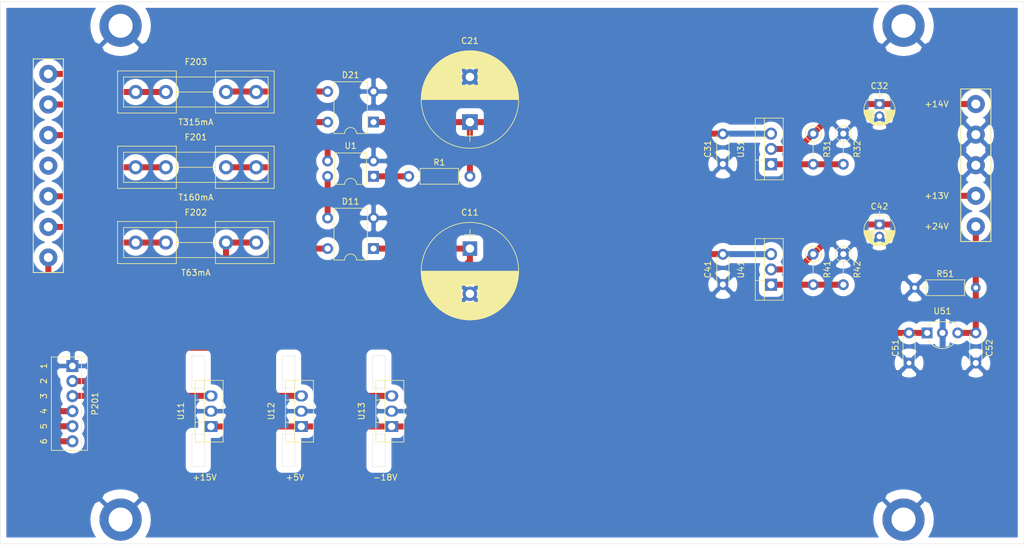
<source format=kicad_pcb>
(kicad_pcb (version 20171130) (host pcbnew "(5.1.7)-1")
  (layers (0 F.Cu signal) (31 B.Cu signal) (34 B.Paste user) (35 F.Paste user) (36 B.SilkS user) (37 F.SilkS user) (38 B.Mask user) (39 F.Mask user) (44 Edge.Cuts user))
  (net 0 "")
  (net 1 GND)
  (net 2 "Net-(J1-Pad4)")
  (net 3 +5V)
  (net 4 +15V)
  (net 5 +28V)
  (net 6 +24V)
  (net 7 "Net-(F201-Pad1)")
  (net 8 "Net-(F202-Pad1)")
  (net 9 "Net-(F203-Pad1)")
  (net 10 "Net-(R41-Pad2)")
  (net 11 "Net-(J1-Pad5)")
  (net 12 "Net-(R1-Pad1)")
  (net 13 "Net-(R31-Pad2)")
  (net 14 +35V)
  (net 15 +14V)
  (net 16 +13V)
  (net 17 -18V)
  (net 18 ~~25V-N)
  (net 19 ~~25V-L)
  (net 20 ~~20V-N)
  (net 21 ~~20V-L)
  (net 22 ~~3.3V-L)
  (net 23 ~~3.3V-N)
  (module Resistors_THT:R_Axial_DIN0207_L6.3mm_D2.5mm_P10.16mm_Horizontal (layer F.Cu) (at 171.84 67.5)
    (fp_text reference R51 (at 5.08 -2.31) (layer F.SilkS))
    (fp_text value 3.3k)
    (pad 1 thru_hole circle (at 0 0) (size 1.6 1.6) (drill 0.8) (layers *.Cu *.Mask) (net 1 GND))
    (pad 2 thru_hole oval (at 10.16 0) (size 1.6 1.6) (drill 0.8) (layers *.Cu *.Mask) (net 6 +24V))
  )
  (module Capacitors_THT:CP_Radial_D16.0mm_P7.50mm (layer F.Cu) (at 98 61 270)
    (fp_text reference C11 (at -6 0 180) (layer F.SilkS))
    (fp_text value 1000µF)
    (pad 1 thru_hole rect (at 0 0 270) (size 2.4 2.4) (drill 1.4) (layers *.Cu *.Mask) (net 14 +35V))
    (pad 2 thru_hole circle (at 7.5 0 270) (size 2.4 2.4) (drill 1.4) (layers *.Cu *.Mask) (net 1 GND))
  )
  (module Capacitors_THT:C_Disc_D4.3mm_W1.9mm_P5.00mm (layer F.Cu) (at 170.92 75 270)
    (fp_text reference C51 (at 2.5 2.26 90) (layer F.SilkS))
    (fp_text value 330nF)
    (pad 1 thru_hole circle (at 0 0 270) (size 1.8 1.8) (drill 1) (layers *.Cu *.Mask) (net 5 +28V))
    (pad 2 thru_hole circle (at 5 0 270) (size 1.8 1.8) (drill 0.8) (layers *.Cu *.Mask) (net 1 GND))
  )
  (module Capacitors_THT:CP_Radial_D16.0mm_P7.50mm (layer F.Cu) (at 98 40 90)
    (fp_text reference C21 (at 13.5 0 180) (layer F.SilkS))
    (fp_text value 2200µF)
    (pad 1 thru_hole rect (at 0 0 90) (size 2.6 2.6) (drill 1.4) (layers *.Cu *.Mask) (net 5 +28V))
    (pad 2 thru_hole circle (at 7.5 0 90) (size 2.6 2.6) (drill 1.4) (layers *.Cu *.Mask) (net 1 GND))
  )
  (module Resistors_THT:R_Axial_DIN0207_L6.3mm_D2.5mm_P5.08mm_Vertical (layer F.Cu) (at 160 61.92 270)
    (fp_text reference R42 (at 2.54 -2.31 90) (layer F.SilkS))
    (fp_text value 2.55k)
    (pad 1 thru_hole circle (at 0 0 270) (size 1.8 1.8) (drill 1) (layers *.Cu *.Mask) (net 1 GND))
    (pad 2 thru_hole oval (at 5.08 0 270) (size 1.8 1.8) (drill 1) (layers *.Cu *.Mask) (net 10 "Net-(R41-Pad2)"))
  )
  (module Resistors_THT:R_Axial_DIN0207_L6.3mm_D2.5mm_P5.08mm_Vertical (layer F.Cu) (at 155 61.92 270)
    (fp_text reference R41 (at 2.54 -2.31 90) (layer F.SilkS))
    (fp_text value 270)
    (pad 2 thru_hole oval (at 5.08 0 270) (size 1.8 1.8) (drill 1) (layers *.Cu *.Mask) (net 10 "Net-(R41-Pad2)"))
    (pad 1 thru_hole circle (at 0 0 270) (size 1.8 1.8) (drill 1) (layers *.Cu *.Mask) (net 16 +13V))
  )
  (module Resistors_THT:R_Axial_DIN0207_L6.3mm_D2.5mm_P5.08mm_Vertical (layer F.Cu) (at 160 41.92 270)
    (fp_text reference R32 (at 2.54 -2.31 90) (layer F.SilkS))
    (fp_text value 2.74k)
    (pad 1 thru_hole circle (at 0 0 270) (size 1.8 1.8) (drill 1) (layers *.Cu *.Mask) (net 1 GND))
    (pad 2 thru_hole oval (at 5.08 0 270) (size 1.8 1.8) (drill 1) (layers *.Cu *.Mask) (net 13 "Net-(R31-Pad2)"))
  )
  (module Resistors_THT:R_Axial_DIN0207_L6.3mm_D2.5mm_P5.08mm_Vertical (layer F.Cu) (at 155 41.92 270)
    (fp_text reference R31 (at 2.54 -2.31 90) (layer F.SilkS))
    (fp_text value 270)
    (pad 1 thru_hole circle (at 0 0 270) (size 1.8 1.8) (drill 1) (layers *.Cu *.Mask) (net 15 +14V))
    (pad 2 thru_hole oval (at 5.08 0 270) (size 1.8 1.8) (drill 1) (layers *.Cu *.Mask) (net 13 "Net-(R31-Pad2)"))
  )
  (module TO_SOT_Packages_THT:TO-220-3_Vertical (layer F.Cu) (at 85 90.54 90)
    (fp_text reference U13 (at 2.54 -5 90) (layer F.SilkS))
    (fp_text value Conn_01x03)
    (pad 1 thru_hole rect (at 0 0 90) (size 1.8 2.2) (drill 1.2) (layers *.Cu *.Mask) (net 14 +35V))
    (pad 2 thru_hole oval (at 2.54 0 90) (size 1.8 2.2) (drill 1.2) (layers *.Cu *.Mask) (net 1 GND))
    (pad 3 thru_hole oval (at 5.08 0 90) (size 1.8 2.2) (drill 1.2) (layers *.Cu *.Mask) (net 17 -18V))
  )
  (module Diodes_THT:Diode_Bridge_DIP-4_W7.62mm_P5.08mm (layer F.Cu) (at 82 61 180)
    (fp_text reference D11 (at 3.8 7.82) (layer F.SilkS))
    (fp_text value B380C800DM)
    (pad 1 thru_hole rect (at 0 0 180) (size 1.8 1.8) (drill 1) (layers *.Cu *.Mask) (net 14 +35V))
    (pad 3 thru_hole oval (at 7.62 5.08 180) (size 1.8 1.8) (drill 1) (layers *.Cu *.Mask) (net 18 ~~25V-N))
    (pad 2 thru_hole oval (at 0 5.08 180) (size 1.8 1.8) (drill 1) (layers *.Cu *.Mask) (net 1 GND))
    (pad 4 thru_hole oval (at 7.62 0 180) (size 1.8 1.8) (drill 1) (layers *.Cu *.Mask) (net 19 ~~25V-L))
  )
  (module Mounting_Holes:MountingHole_4mm_Pad (layer F.Cu) (at 170 106)
    (fp_text reference H4 hide)
    (fp_text value MountingHole_Pad)
    (pad 1 thru_hole circle (at 0 0) (size 7 7) (drill 4) (layers *.Cu *.Mask) (net 1 GND))
  )
  (module Mounting_Holes:MountingHole_4mm_Pad (layer F.Cu) (at 40 106)
    (fp_text reference H3 hide)
    (fp_text value MountingHole_Pad)
    (pad 1 thru_hole circle (at 0 0) (size 7 7) (drill 4) (layers *.Cu *.Mask) (net 1 GND))
  )
  (module Mounting_Holes:MountingHole_4mm_Pad (layer F.Cu) (at 170 24)
    (fp_text reference H2 hide)
    (fp_text value MountingHole_Pad)
    (pad 1 thru_hole circle (at 0 0) (size 7 7) (drill 4) (layers *.Cu *.Mask) (net 1 GND))
  )
  (module Mounting_Holes:MountingHole_4mm_Pad (layer F.Cu) (at 40 24)
    (fp_text reference H1 hide)
    (fp_text value MountingHole_Pad)
    (pad 1 thru_hole circle (at 0 0) (size 7 7) (drill 4) (layers *.Cu *.Mask) (net 1 GND))
  )
  (module TO_SOT_Packages_THT:TO-220-3_Vertical (layer F.Cu) (at 70 90.54 90)
    (fp_text reference U12 (at 2.54 -5 90) (layer F.SilkS))
    (fp_text value Conn_01x03)
    (pad 1 thru_hole rect (at 0 0 90) (size 1.8 2.2) (drill 1.2) (layers *.Cu *.Mask) (net 14 +35V))
    (pad 2 thru_hole oval (at 2.54 0 90) (size 1.8 2.2) (drill 1.2) (layers *.Cu *.Mask) (net 1 GND))
    (pad 3 thru_hole oval (at 5.08 0 90) (size 1.8 2.2) (drill 1.2) (layers *.Cu *.Mask) (net 3 +5V))
  )
  (module TO_SOT_Packages_THT:TO-220-3_Vertical (layer F.Cu) (at 55 90.54 90)
    (fp_text reference U11 (at 2.54 -5 90) (layer F.SilkS))
    (fp_text value Conn_01x03)
    (pad 1 thru_hole rect (at 0 0 90) (size 1.8 2.2) (drill 1.2) (layers *.Cu *.Mask) (net 14 +35V))
    (pad 2 thru_hole oval (at 2.54 0 90) (size 1.8 2.2) (drill 1.2) (layers *.Cu *.Mask) (net 1 GND))
    (pad 3 thru_hole oval (at 5.08 0 90) (size 1.8 2.2) (drill 1.2) (layers *.Cu *.Mask) (net 4 +15V))
  )
  (module Housings_DIP:DIP-4_W7.62mm (layer F.Cu) (at 82 49 180)
    (fp_text reference U1 (at 3.81 5.08) (layer F.SilkS))
    (fp_text value AQY282EH)
    (pad 4 thru_hole oval (at 7.62 0 180) (size 1.8 1.8) (drill 1) (layers *.Cu *.Mask) (net 18 ~~25V-N))
    (pad 2 thru_hole oval (at 0 2.54 180) (size 1.8 1.8) (drill 1) (layers *.Cu *.Mask) (net 1 GND))
    (pad 3 thru_hole oval (at 7.62 2.54 180) (size 1.8 1.8) (drill 1) (layers *.Cu *.Mask) (net 11 "Net-(J1-Pad5)"))
    (pad 1 thru_hole rect (at 0 0 180) (size 1.8 1.8) (drill 1) (layers *.Cu *.Mask) (net 12 "Net-(R1-Pad1)"))
  )
  (module Resistors_THT:R_Axial_DIN0207_L6.3mm_D2.5mm_P10.16mm_Horizontal (layer F.Cu) (at 87.84 49)
    (fp_text reference R1 (at 5.08 -2.31) (layer F.SilkS))
    (fp_text value 10k)
    (pad 1 thru_hole circle (at 0 0) (size 1.8 1.8) (drill 1) (layers *.Cu *.Mask) (net 12 "Net-(R1-Pad1)"))
    (pad 2 thru_hole oval (at 10.16 0) (size 1.8 1.8) (drill 1) (layers *.Cu *.Mask) (net 5 +28V))
  )
  (module Diodes_THT:Diode_Bridge_DIP-4_W7.62mm_P5.08mm (layer F.Cu) (at 82 40 180)
    (fp_text reference D21 (at 3.8 7.82) (layer F.SilkS))
    (fp_text value B380C800DM)
    (pad 4 thru_hole oval (at 7.62 0 180) (size 1.8 1.8) (drill 1) (layers *.Cu *.Mask) (net 20 ~~20V-N))
    (pad 2 thru_hole oval (at 0 5.08 180) (size 1.8 1.8) (drill 1) (layers *.Cu *.Mask) (net 1 GND))
    (pad 3 thru_hole oval (at 7.62 5.08 180) (size 1.8 1.8) (drill 1) (layers *.Cu *.Mask) (net 21 ~~20V-L))
    (pad 1 thru_hole rect (at 0 0 180) (size 1.8 1.8) (drill 1) (layers *.Cu *.Mask) (net 5 +28V))
  )
  (module Capacitors_THT:CP_Radial_D5.0mm_P2.00mm (layer F.Cu) (at 166 57 270)
    (fp_text reference C42 (at -3 0 180) (layer F.SilkS))
    (fp_text value 33µF)
    (pad 1 thru_hole rect (at 0 0 270) (size 1.6 1.6) (drill 0.9) (layers *.Cu *.Mask) (net 16 +13V))
    (pad 2 thru_hole circle (at 2 0 270) (size 1.6 1.6) (drill 0.9) (layers *.Cu *.Mask) (net 1 GND))
  )
  (module Capacitors_THT:C_Disc_D4.3mm_W1.9mm_P5.00mm (layer F.Cu) (at 140 61.96 270)
    (fp_text reference C41 (at 2.5 2.5 90) (layer F.SilkS))
    (fp_text value 100nF)
    (pad 1 thru_hole circle (at 0 0 270) (size 1.8 1.8) (drill 1) (layers *.Cu *.Mask) (net 5 +28V))
    (pad 2 thru_hole circle (at 5 0 270) (size 1.8 1.8) (drill 1) (layers *.Cu *.Mask) (net 1 GND))
  )
  (module Capacitors_THT:CP_Radial_D5.0mm_P2.00mm (layer F.Cu) (at 166 37 270)
    (fp_text reference C32 (at -3 0 180) (layer F.SilkS))
    (fp_text value 33µF)
    (pad 1 thru_hole rect (at 0 0 270) (size 1.6 1.6) (drill 0.9) (layers *.Cu *.Mask) (net 15 +14V))
    (pad 2 thru_hole circle (at 2 0 270) (size 1.6 1.6) (drill 0.9) (layers *.Cu *.Mask) (net 1 GND))
  )
  (module Capacitors_THT:C_Disc_D4.3mm_W1.9mm_P5.00mm (layer F.Cu) (at 140 41.96 270)
    (fp_text reference C31 (at 2.5 2.5 90) (layer F.SilkS))
    (fp_text value 100nF)
    (pad 1 thru_hole circle (at 0 0 270) (size 1.8 1.8) (drill 1) (layers *.Cu *.Mask) (net 5 +28V))
    (pad 2 thru_hole circle (at 5 0 270) (size 1.8 1.8) (drill 1) (layers *.Cu *.Mask) (net 1 GND))
  )
  (module TO_SOT_Packages_THT:TO-220-3_Vertical (layer F.Cu) (at 148 67 90)
    (fp_text reference U41 (at 2.54 -5 90) (layer F.SilkS))
    (fp_text value LM317)
    (pad 1 thru_hole rect (at 0 0 90) (size 2 2) (drill 1.2) (layers *.Cu *.Mask) (net 10 "Net-(R41-Pad2)"))
    (pad 2 thru_hole oval (at 2.54 0 90) (size 2 2) (drill 1.2) (layers *.Cu *.Mask) (net 16 +13V))
    (pad 3 thru_hole oval (at 5.08 0 90) (size 2 2) (drill 1.2) (layers *.Cu *.Mask) (net 5 +28V))
  )
  (module TO_SOT_Packages_THT:TO-220-3_Vertical (layer F.Cu) (at 148 47 90)
    (fp_text reference U31 (at 2.54 -5 90) (layer F.SilkS))
    (fp_text value LM317)
    (pad 1 thru_hole rect (at 0 0 90) (size 2 2) (drill 1.2) (layers *.Cu *.Mask) (net 13 "Net-(R31-Pad2)"))
    (pad 2 thru_hole oval (at 2.54 0 90) (size 2 2) (drill 1.2) (layers *.Cu *.Mask) (net 15 +14V))
    (pad 3 thru_hole oval (at 5.08 0 90) (size 2 2) (drill 1.2) (layers *.Cu *.Mask) (net 5 +28V))
  )
  (module Capacitors_THT:C_Disc_D4.3mm_W1.9mm_P5.00mm (layer F.Cu) (at 182 75 270)
    (fp_text reference C52 (at 2.5 -2.26 90) (layer F.SilkS))
    (fp_text value 100nF)
    (pad 1 thru_hole circle (at 0 0 270) (size 1.8 1.8) (drill 1) (layers *.Cu *.Mask) (net 6 +24V))
    (pad 2 thru_hole circle (at 5 0 270) (size 1.8 1.8) (drill 1) (layers *.Cu *.Mask) (net 1 GND))
  )
  (module TO_SOT_Packages_THT:TO-92_Inline_Wide (layer F.Cu) (at 179 75 180)
    (fp_text reference U51 (at 2.54 3.62 180) (layer F.SilkS))
    (fp_text value L78L24)
    (pad 2 thru_hole circle (at 2.54 0 270) (size 1.8 1.8) (drill 1) (layers *.Cu *.Mask) (net 1 GND))
    (pad 3 thru_hole rect (at 5.08 0 270) (size 1.8 1.8) (drill 1) (layers *.Cu *.Mask) (net 5 +28V))
    (pad 1 thru_hole circle (at 0 0 270) (size 1.8 1.8) (drill 1) (layers *.Cu *.Mask) (net 6 +24V))
  )
  (module dual_ct1740_power-supply:Conn_01x05 (layer F.Cu) (at 182 57.32 90)
    (fp_text reference J3 hide)
    (fp_text value Conn_01x05)
    (pad 5 thru_hole circle (at 20.32 0 90) (size 3 3) (drill 1.5) (layers *.Cu *.Mask) (net 15 +14V))
    (pad 4 thru_hole circle (at 15.24 0 90) (size 3 3) (drill 1.5) (layers *.Cu *.Mask) (net 1 GND))
    (pad 3 thru_hole circle (at 10.16 0 90) (size 3 3) (drill 1.5) (layers *.Cu *.Mask) (net 1 GND))
    (pad 2 thru_hole circle (at 5.08 0 90) (size 3 3) (drill 1.5) (layers *.Cu *.Mask) (net 16 +13V))
    (pad 1 thru_hole circle (at 0 0 90) (size 3 3) (drill 1.5) (layers *.Cu *.Mask) (net 6 +24V))
  )
  (module dual_ct1740_power-supply:Conn_01x06 (layer F.Cu) (at 32 80.5 270)
    (fp_text reference P201 (at 6.25 -3.75 90) (layer F.SilkS))
    (fp_text value Conn_01x06)
    (pad 6 thru_hole circle (at 12.5 0 270) (size 2 2) (drill 1.1) (layers *.Cu *.Mask) (net 23 ~~3.3V-N))
    (pad 5 thru_hole circle (at 10 0 270) (size 2 2) (drill 1.1) (layers *.Cu *.Mask) (net 22 ~~3.3V-L))
    (pad 4 thru_hole circle (at 7.5 0 270) (size 2 2) (drill 1.1) (layers *.Cu *.Mask) (net 17 -18V))
    (pad 3 thru_hole circle (at 5 0 270) (size 2 2) (drill 1.1) (layers *.Cu *.Mask) (net 4 +15V))
    (pad 2 thru_hole circle (at 2.5 0 270) (size 2 2) (drill 1.1) (layers *.Cu *.Mask) (net 3 +5V))
    (pad 1 thru_hole rect (at 0 0 270) (size 2 2) (drill 1.1) (layers *.Cu *.Mask) (net 1 GND))
  )
  (module dual_ct1740_power-supply:Conn_01x07 (layer F.Cu) (at 28 62.48 90)
    (fp_text reference J1 hide)
    (fp_text value Conn_01x07)
    (pad 7 thru_hole circle (at 30.48 0 90) (size 3 3) (drill 1.5) (layers *.Cu *.Mask) (net 9 "Net-(F203-Pad1)"))
    (pad 6 thru_hole circle (at 25.4 0 90) (size 3 3) (drill 1.5) (layers *.Cu *.Mask) (net 20 ~~20V-N))
    (pad 5 thru_hole circle (at 20.32 0 90) (size 3 3) (drill 1.5) (layers *.Cu *.Mask) (net 11 "Net-(J1-Pad5)"))
    (pad 4 thru_hole circle (at 15.24 0 90) (size 3 3) (drill 1.5) (layers *.Cu *.Mask) (net 2 "Net-(J1-Pad4)"))
    (pad 3 thru_hole circle (at 10.16 0 90) (size 3 3) (drill 1.5) (layers *.Cu *.Mask) (net 7 "Net-(F201-Pad1)"))
    (pad 2 thru_hole circle (at 5.08 0 90) (size 3 3) (drill 1.5) (layers *.Cu *.Mask) (net 8 "Net-(F202-Pad1)"))
    (pad 1 thru_hole circle (at 0 0 90) (size 3 3) (drill 1.5) (layers *.Cu *.Mask) (net 23 ~~3.3V-N))
  )
  (module Fuse_Holders_and_Fuses:Fuseholder5x20_horiz_open_inline_Type-I (layer F.Cu) (at 42.5 35)
    (fp_text reference F203 (at 10 -5) (layer F.SilkS))
    (fp_text value T315mA)
    (pad 2 thru_hole circle (at 15 0) (size 2.35 2.35) (drill 1.35) (layers *.Cu *.Mask) (net 21 ~~20V-L))
    (pad 2 thru_hole circle (at 20 0) (size 2.35 2.35) (drill 1.35) (layers *.Cu *.Mask) (net 21 ~~20V-L))
    (pad 1 thru_hole circle (at 5 0) (size 2.35 2.35) (drill 1.35) (layers *.Cu *.Mask) (net 9 "Net-(F203-Pad1)"))
    (pad 1 thru_hole circle (at 0 0) (size 2.35 2.35) (drill 1.35) (layers *.Cu *.Mask) (net 9 "Net-(F203-Pad1)"))
  )
  (module Fuse_Holders_and_Fuses:Fuseholder5x20_horiz_open_inline_Type-I (layer F.Cu) (at 42.5 47.5)
    (fp_text reference F201 (at 10 -5) (layer F.SilkS))
    (fp_text value T100mA)
    (pad 2 thru_hole circle (at 15 0) (size 2.35 2.35) (drill 1.35) (layers *.Cu *.Mask) (net 19 ~~25V-L))
    (pad 2 thru_hole circle (at 20 0) (size 2.35 2.35) (drill 1.35) (layers *.Cu *.Mask) (net 19 ~~25V-L))
    (pad 1 thru_hole circle (at 5 0) (size 2.35 2.35) (drill 1.35) (layers *.Cu *.Mask) (net 7 "Net-(F201-Pad1)"))
    (pad 1 thru_hole circle (at 0 0) (size 2.35 2.35) (drill 1.35) (layers *.Cu *.Mask) (net 7 "Net-(F201-Pad1)"))
  )
  (module Fuse_Holders_and_Fuses:Fuseholder5x20_horiz_open_inline_Type-I (layer F.Cu) (at 42.5 60)
    (fp_text reference F202 (at 10 -5) (layer F.SilkS))
    (fp_text value T63mA)
    (pad 2 thru_hole circle (at 15 0) (size 2.35 2.35) (drill 1.35) (layers *.Cu *.Mask) (net 22 ~~3.3V-L))
    (pad 2 thru_hole circle (at 20 0) (size 2.35 2.35) (drill 1.35) (layers *.Cu *.Mask) (net 22 ~~3.3V-L))
    (pad 1 thru_hole circle (at 5 0) (size 2.35 2.35) (drill 1.35) (layers *.Cu *.Mask) (net 8 "Net-(F202-Pad1)"))
    (pad 1 thru_hole circle (at 0 0) (size 2.35 2.35) (drill 1.35) (layers *.Cu *.Mask) (net 8 "Net-(F202-Pad1)"))
  )
  (gr_text 6 (at 27.25 93 90) (layer F.SilkS) (effects (font (size 1 1))))
  (gr_text 5 (at 27.25 90.5 90) (layer F.SilkS) (effects (font (size 1 1))))
  (gr_text 4 (at 27.25 88 90) (layer F.SilkS) (effects (font (size 1 1))))
  (gr_text 3 (at 27.25 85.5 90) (layer F.SilkS) (effects (font (size 1 1))))
  (gr_text 2 (at 27.25 83 90) (layer F.SilkS) (effects (font (size 1 1))))
  (gr_text 1 (at 27.25 80.5 90) (layer F.SilkS) (effects (font (size 1 1))))
  (gr_text +14V (at 175.5 37) (layer F.SilkS) (effects (font (size 1 1))))
  (gr_text +13V (at 175.5 52.24) (layer F.SilkS) (effects (font (size 1 1))))
  (gr_text +24V (at 175.5 57.32) (layer F.SilkS) (effects (font (size 1 1))))
  (gr_text -18V (at 83.95 99) (layer F.SilkS) (effects (font (size 1 1))))
  (gr_text +5V (at 68.95 99) (layer F.SilkS) (effects (font (size 1 1))))
  (gr_text +15V (at 53.95 99) (layer F.SilkS) (effects (font (size 1 1))))
  (gr_line (start 83.95 84.2) (end 81.85 84.2) (layer Edge.Cuts) (width 0.05))
  (gr_line (start 83.95 78.8) (end 83.95 84.2) (layer Edge.Cuts) (width 0.05))
  (gr_line (start 81.85 78.8) (end 83.95 78.8) (layer Edge.Cuts) (width 0.05))
  (gr_line (start 81.85 84.2) (end 81.85 78.8) (layer Edge.Cuts) (width 0.05))
  (gr_line (start 83.95 91.8) (end 81.85 91.8) (layer Edge.Cuts) (width 0.05))
  (gr_line (start 83.95 91.8) (end 83.95 97.2) (layer Edge.Cuts) (width 0.05))
  (gr_line (start 83.95 97.2) (end 81.85 97.2) (layer Edge.Cuts) (width 0.05))
  (gr_line (start 81.85 91.8) (end 81.85 97.2) (layer Edge.Cuts) (width 0.05))
  (gr_line (start 51.85 84.2) (end 51.85 78.8) (layer Edge.Cuts) (width 0.05))
  (gr_line (start 53.95 84.2) (end 51.85 84.2) (layer Edge.Cuts) (width 0.05))
  (gr_line (start 53.95 78.8) (end 53.95 84.2) (layer Edge.Cuts) (width 0.05))
  (gr_line (start 51.85 78.8) (end 53.95 78.8) (layer Edge.Cuts) (width 0.05))
  (gr_line (start 53.95 91.8) (end 51.85 91.8) (layer Edge.Cuts) (width 0.05))
  (gr_line (start 53.95 97.2) (end 53.95 91.8) (layer Edge.Cuts) (width 0.05))
  (gr_line (start 51.85 97.2) (end 53.95 97.2) (layer Edge.Cuts) (width 0.05))
  (gr_line (start 51.85 91.8) (end 51.85 97.2) (layer Edge.Cuts) (width 0.05))
  (gr_line (start 68.95 91.8) (end 66.85 91.8) (layer Edge.Cuts) (width 0.05))
  (gr_line (start 66.85 91.8) (end 66.85 97.2) (layer Edge.Cuts) (width 0.05))
  (gr_line (start 68.95 97.2) (end 66.85 97.2) (layer Edge.Cuts) (width 0.05))
  (gr_line (start 68.95 91.8) (end 68.95 97.2) (layer Edge.Cuts) (width 0.05))
  (gr_line (start 66.85 84.2) (end 66.85 78.8) (layer Edge.Cuts) (width 0.05))
  (gr_line (start 68.95 84.2) (end 66.85 84.2) (layer Edge.Cuts) (width 0.05))
  (gr_line (start 68.95 78.8) (end 68.95 84.2) (layer Edge.Cuts) (width 0.05))
  (gr_line (start 66.85 78.8) (end 68.95 78.8) (layer Edge.Cuts) (width 0.05))
  (gr_text T63mA (at 52.5 65) (layer F.SilkS) (effects (font (size 1 1))))
  (gr_text T160mA (at 52.5 52.5) (layer F.SilkS) (effects (font (size 1 1))))
  (gr_text T315mA (at 52.5 40) (layer F.SilkS) (effects (font (size 1 1))))
  (gr_line (start 190 110) (end 190 20) (layer Edge.Cuts) (width 0.05))
  (gr_line (start 20 110) (end 190 110) (layer Edge.Cuts) (width 0.05))
  (gr_line (start 20 20) (end 20 110) (layer Edge.Cuts) (width 0.05))
  (gr_line (start 20 20) (end 190 20) (layer Edge.Cuts) (width 0.05))
  (segment (start 176.5 75) (end 176.5 78.5) (width 1) (layer B.Cu) (net 1))
  (segment (start 176.5 75) (end 176.5 71.5) (width 1) (layer B.Cu) (net 1))
  (segment (start 37.5 83) (end 32 83) (width 1) (layer F.Cu) (net 3))
  (segment (start 43.04 77.46) (end 37.5 83) (width 1) (layer F.Cu) (net 3))
  (segment (start 57.54 77.46) (end 43.04 77.46) (width 1) (layer F.Cu) (net 3))
  (segment (start 65.54 85.46) (end 57.54 77.46) (width 1) (layer F.Cu) (net 3))
  (segment (start 70 85.46) (end 65.54 85.46) (width 1) (layer F.Cu) (net 3))
  (segment (start 32.04 85.46) (end 32 85.5) (width 1) (layer F.Cu) (net 4))
  (segment (start 55 85.46) (end 32.04 85.46) (width 1) (layer F.Cu) (net 4))
  (segment (start 107 40) (end 98 40) (width 1) (layer F.Cu) (net 5))
  (segment (start 123 40) (end 103 40) (width 1) (layer F.Cu) (net 5))
  (segment (start 140 41.92) (end 129.92 41.92) (width 1) (layer F.Cu) (net 5))
  (segment (start 128 40) (end 123 40) (width 1) (layer F.Cu) (net 5))
  (segment (start 129.92 41.92) (end 128 40) (width 1) (layer F.Cu) (net 5))
  (segment (start 148 41.92) (end 140 41.92) (width 1) (layer B.Cu) (net 5))
  (segment (start 148 61.92) (end 140 61.92) (width 1) (layer B.Cu) (net 5))
  (segment (start 133.76 61.92) (end 129.92 58.08) (width 1) (layer F.Cu) (net 5))
  (segment (start 140 61.92) (end 133.76 61.92) (width 1) (layer F.Cu) (net 5))
  (segment (start 129.92 41.92) (end 129.92 58.08) (width 1) (layer F.Cu) (net 5))
  (segment (start 82 40) (end 98 40) (width 1) (layer F.Cu) (net 5))
  (segment (start 98 49) (end 98 40) (width 1) (layer F.Cu) (net 5))
  (segment (start 129.92 71) (end 129.92 58.08) (width 1) (layer F.Cu) (net 5))
  (segment (start 133.92 75) (end 129.92 71) (width 1) (layer F.Cu) (net 5))
  (segment (start 170.92 75) (end 133.92 75) (width 1) (layer F.Cu) (net 5))
  (segment (start 170.92 75) (end 173.92 75) (width 1) (layer F.Cu) (net 5))
  (segment (start 182 75) (end 179 75) (width 1) (layer F.Cu) (net 6))
  (segment (start 182 57.32) (end 182 75) (width 1) (layer F.Cu) (net 6))
  (segment (start 42.5 47.5) (end 47.5 47.5) (width 1) (layer F.Cu) (net 7))
  (segment (start 37.14 47.5) (end 32.32 52.32) (width 1) (layer F.Cu) (net 7))
  (segment (start 42.5 47.5) (end 37.14 47.5) (width 1) (layer F.Cu) (net 7))
  (segment (start 28 52.32) (end 32.32 52.32) (width 1) (layer F.Cu) (net 7))
  (segment (start 28 57.4) (end 32.9 57.4) (width 1) (layer F.Cu) (net 8))
  (segment (start 35.5 60) (end 47.5 60) (width 1) (layer F.Cu) (net 8))
  (segment (start 32.9 57.4) (end 35.5 60) (width 1) (layer F.Cu) (net 8))
  (segment (start 34 32) (end 37 35) (width 1) (layer F.Cu) (net 9))
  (segment (start 28 32) (end 34 32) (width 1) (layer F.Cu) (net 9))
  (segment (start 37 35) (end 47.5 35) (width 1) (layer F.Cu) (net 9))
  (segment (start 148 67) (end 160 67) (width 1) (layer F.Cu) (net 10))
  (segment (start 28 42.16) (end 71.16 42.16) (width 1) (layer F.Cu) (net 11))
  (segment (start 74.38 46.46) (end 74.38 44.38) (width 1) (layer F.Cu) (net 11))
  (segment (start 72.16 42.16) (end 71.16 42.16) (width 1) (layer F.Cu) (net 11))
  (segment (start 74.38 44.38) (end 72.16 42.16) (width 1) (layer F.Cu) (net 11))
  (segment (start 82 49) (end 87.84 49) (width 1) (layer F.Cu) (net 12))
  (segment (start 148 47) (end 160 47) (width 1) (layer F.Cu) (net 13))
  (segment (start 55 90.54) (end 70 90.54) (width 1) (layer F.Cu) (net 14))
  (segment (start 82 61) (end 98 61) (width 1) (layer F.Cu) (net 14))
  (segment (start 70 90.54) (end 85 90.54) (width 1) (layer F.Cu) (net 14))
  (segment (start 94 87) (end 90.46 90.54) (width 1) (layer F.Cu) (net 14))
  (segment (start 85 90.54) (end 90.46 90.54) (width 1) (layer F.Cu) (net 14))
  (segment (start 98 63) (end 94 67) (width 1) (layer F.Cu) (net 14))
  (segment (start 98 61) (end 98 63) (width 1) (layer F.Cu) (net 14))
  (segment (start 94 67) (end 94 87) (width 1) (layer F.Cu) (net 14))
  (segment (start 152.46 44.46) (end 155 41.92) (width 1) (layer F.Cu) (net 15))
  (segment (start 148 44.46) (end 152.46 44.46) (width 1) (layer F.Cu) (net 15))
  (segment (start 182 37) (end 166 37) (width 1) (layer F.Cu) (net 15))
  (segment (start 159.92 37) (end 155 41.92) (width 1) (layer F.Cu) (net 15))
  (segment (start 166 37) (end 159.92 37) (width 1) (layer F.Cu) (net 15))
  (segment (start 152.46 64.46) (end 155 61.92) (width 1) (layer F.Cu) (net 16))
  (segment (start 148 64.46) (end 152.46 64.46) (width 1) (layer F.Cu) (net 16))
  (segment (start 159.92 57) (end 155 61.92) (width 1) (layer F.Cu) (net 16))
  (segment (start 166 57) (end 159.92 57) (width 1) (layer F.Cu) (net 16))
  (segment (start 169.48 57) (end 174.24 52.24) (width 1) (layer F.Cu) (net 16))
  (segment (start 166 57) (end 169.48 57) (width 1) (layer F.Cu) (net 16))
  (segment (start 182 52.24) (end 174.24 52.24) (width 1) (layer F.Cu) (net 16))
  (segment (start 85 85.46) (end 80.46 85.46) (width 1) (layer F.Cu) (net 17))
  (segment (start 80.46 85.46) (end 70 75) (width 1) (layer F.Cu) (net 17))
  (segment (start 70 75) (end 31 75) (width 1) (layer F.Cu) (net 17))
  (segment (start 31 75) (end 28 78) (width 1) (layer F.Cu) (net 17))
  (segment (start 28 78) (end 28 86) (width 1) (layer F.Cu) (net 17))
  (segment (start 30 88) (end 32 88) (width 1) (layer F.Cu) (net 17))
  (segment (start 28 86) (end 30 88) (width 1) (layer F.Cu) (net 17))
  (segment (start 74.38 49) (end 74.38 55.92) (width 1) (layer F.Cu) (net 18))
  (segment (start 57.5 47.5) (end 62.5 47.5) (width 1) (layer F.Cu) (net 19))
  (segment (start 62.5 47.5) (end 67.5 47.5) (width 1) (layer F.Cu) (net 19))
  (segment (start 67.5 47.5) (end 69 49) (width 1) (layer F.Cu) (net 19))
  (segment (start 72 61) (end 69 58) (width 1) (layer F.Cu) (net 19))
  (segment (start 74.38 61) (end 72 61) (width 1) (layer F.Cu) (net 19))
  (segment (start 69 49) (end 69 58) (width 1) (layer F.Cu) (net 19))
  (segment (start 33.58 37.08) (end 36.5 40) (width 1) (layer F.Cu) (net 20))
  (segment (start 28 37.08) (end 33.58 37.08) (width 1) (layer F.Cu) (net 20))
  (segment (start 74.38 40) (end 36.5 40) (width 1) (layer F.Cu) (net 20))
  (segment (start 57.58 34.92) (end 57.5 35) (width 1) (layer F.Cu) (net 21))
  (segment (start 74.38 34.92) (end 57.58 34.92) (width 1) (layer F.Cu) (net 21))
  (segment (start 62.5 60) (end 57.5 60) (width 1) (layer F.Cu) (net 22))
  (segment (start 25.5 89.5) (end 25.5 74) (width 1) (layer F.Cu) (net 22))
  (segment (start 26.5 90.5) (end 25.5 89.5) (width 1) (layer F.Cu) (net 22))
  (segment (start 32 90.5) (end 26.5 90.5) (width 1) (layer F.Cu) (net 22))
  (segment (start 57.5 60) (end 57.5 65.5) (width 1) (layer F.Cu) (net 22))
  (segment (start 54.25 68.75) (end 30.75 68.75) (width 1) (layer F.Cu) (net 22))
  (segment (start 57.5 65.5) (end 54.25 68.75) (width 1) (layer F.Cu) (net 22))
  (segment (start 25.5 74) (end 30.75 68.75) (width 1) (layer F.Cu) (net 22))
  (segment (start 28 67.5) (end 28 62.48) (width 1) (layer F.Cu) (net 23))
  (segment (start 32 93) (end 25 93) (width 1) (layer F.Cu) (net 23))
  (segment (start 25 93) (end 23 91) (width 1) (layer F.Cu) (net 23))
  (segment (start 23 72.5) (end 28 67.5) (width 1) (layer F.Cu) (net 23))
  (segment (start 23 91) (end 23 72.5) (width 1) (layer F.Cu) (net 23))
  (zone (net 1) (net_name GND) (layer B.Cu) (connect_pads (clearance 1)) (min_thickness 0.254) (fill yes (arc_segments 32) (thermal_gap 1.5) (thermal_bridge_width 0.75))
    (polygon (pts (xy 190 110) (xy 20 110) (xy 20 20) (xy 190 20)))
  )
)
</source>
